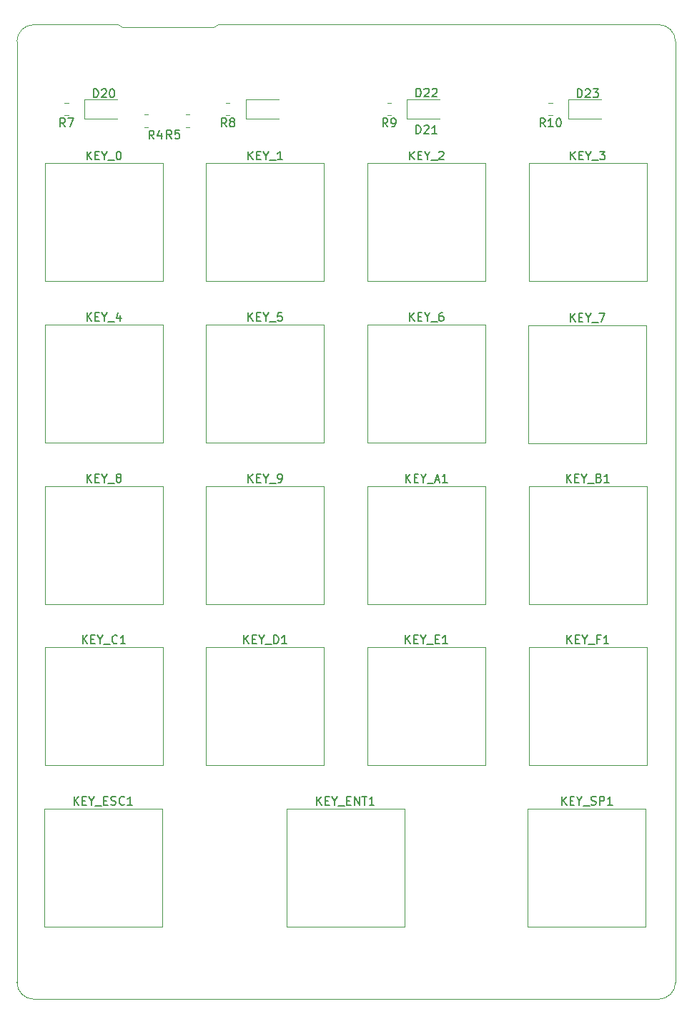
<source format=gbr>
%TF.GenerationSoftware,KiCad,Pcbnew,(5.99.0-9544-g366189b864)*%
%TF.CreationDate,2021-04-16T00:10:41-04:00*%
%TF.ProjectId,kipad,6b697061-642e-46b6-9963-61645f706362,A*%
%TF.SameCoordinates,Original*%
%TF.FileFunction,Legend,Top*%
%TF.FilePolarity,Positive*%
%FSLAX46Y46*%
G04 Gerber Fmt 4.6, Leading zero omitted, Abs format (unit mm)*
G04 Created by KiCad (PCBNEW (5.99.0-9544-g366189b864)) date 2021-04-16 00:10:41*
%MOMM*%
%LPD*%
G01*
G04 APERTURE LIST*
%TA.AperFunction,Profile*%
%ADD10C,0.100000*%
%TD*%
%ADD11C,0.150000*%
%ADD12C,0.120000*%
G04 APERTURE END LIST*
D10*
X86800000Y-30600000D02*
X139000000Y-30614214D01*
X86300000Y-30900000D02*
X86800000Y-30600000D01*
X75500000Y-30900000D02*
X86300000Y-30900000D01*
X75000000Y-30600000D02*
X75500000Y-30900000D01*
X65000000Y-30614214D02*
X75000000Y-30600000D01*
X139000000Y-146000000D02*
X65000000Y-146000000D01*
X141000000Y-32614214D02*
X141000000Y-144000000D01*
X63000000Y-144000000D02*
X63000000Y-32614214D01*
X63000000Y-144000000D02*
G75*
G03*
X65000000Y-146000000I2000000J0D01*
G01*
X141000000Y-144000000D02*
G75*
G02*
X139000000Y-146000000I-2000000J0D01*
G01*
X139000000Y-30614214D02*
G75*
G02*
X141000000Y-32614214I0J-2000000D01*
G01*
X63000000Y-32614214D02*
G75*
G02*
X65000000Y-30614214I2000000J0D01*
G01*
D11*
%TO.C,KEY_E1*%
X109037619Y-103904380D02*
X109037619Y-102904380D01*
X109609047Y-103904380D02*
X109180476Y-103332952D01*
X109609047Y-102904380D02*
X109037619Y-103475809D01*
X110037619Y-103380571D02*
X110370952Y-103380571D01*
X110513809Y-103904380D02*
X110037619Y-103904380D01*
X110037619Y-102904380D01*
X110513809Y-102904380D01*
X111132857Y-103428190D02*
X111132857Y-103904380D01*
X110799523Y-102904380D02*
X111132857Y-103428190D01*
X111466190Y-102904380D01*
X111561428Y-103999619D02*
X112323333Y-103999619D01*
X112561428Y-103380571D02*
X112894761Y-103380571D01*
X113037619Y-103904380D02*
X112561428Y-103904380D01*
X112561428Y-102904380D01*
X113037619Y-102904380D01*
X113990000Y-103904380D02*
X113418571Y-103904380D01*
X113704285Y-103904380D02*
X113704285Y-102904380D01*
X113609047Y-103047238D01*
X113513809Y-103142476D01*
X113418571Y-103190095D01*
%TO.C,R10*%
X125559642Y-42702380D02*
X125226309Y-42226190D01*
X124988214Y-42702380D02*
X124988214Y-41702380D01*
X125369166Y-41702380D01*
X125464404Y-41750000D01*
X125512023Y-41797619D01*
X125559642Y-41892857D01*
X125559642Y-42035714D01*
X125512023Y-42130952D01*
X125464404Y-42178571D01*
X125369166Y-42226190D01*
X124988214Y-42226190D01*
X126512023Y-42702380D02*
X125940595Y-42702380D01*
X126226309Y-42702380D02*
X126226309Y-41702380D01*
X126131071Y-41845238D01*
X126035833Y-41940476D01*
X125940595Y-41988095D01*
X127131071Y-41702380D02*
X127226309Y-41702380D01*
X127321547Y-41750000D01*
X127369166Y-41797619D01*
X127416785Y-41892857D01*
X127464404Y-42083333D01*
X127464404Y-42321428D01*
X127416785Y-42511904D01*
X127369166Y-42607142D01*
X127321547Y-42654761D01*
X127226309Y-42702380D01*
X127131071Y-42702380D01*
X127035833Y-42654761D01*
X126988214Y-42607142D01*
X126940595Y-42511904D01*
X126892976Y-42321428D01*
X126892976Y-42083333D01*
X126940595Y-41892857D01*
X126988214Y-41797619D01*
X127035833Y-41750000D01*
X127131071Y-41702380D01*
%TO.C,R9*%
X106910833Y-42702380D02*
X106577500Y-42226190D01*
X106339404Y-42702380D02*
X106339404Y-41702380D01*
X106720357Y-41702380D01*
X106815595Y-41750000D01*
X106863214Y-41797619D01*
X106910833Y-41892857D01*
X106910833Y-42035714D01*
X106863214Y-42130952D01*
X106815595Y-42178571D01*
X106720357Y-42226190D01*
X106339404Y-42226190D01*
X107387023Y-42702380D02*
X107577500Y-42702380D01*
X107672738Y-42654761D01*
X107720357Y-42607142D01*
X107815595Y-42464285D01*
X107863214Y-42273809D01*
X107863214Y-41892857D01*
X107815595Y-41797619D01*
X107767976Y-41750000D01*
X107672738Y-41702380D01*
X107482261Y-41702380D01*
X107387023Y-41750000D01*
X107339404Y-41797619D01*
X107291785Y-41892857D01*
X107291785Y-42130952D01*
X107339404Y-42226190D01*
X107387023Y-42273809D01*
X107482261Y-42321428D01*
X107672738Y-42321428D01*
X107767976Y-42273809D01*
X107815595Y-42226190D01*
X107863214Y-42130952D01*
%TO.C,R8*%
X87823333Y-42702380D02*
X87490000Y-42226190D01*
X87251904Y-42702380D02*
X87251904Y-41702380D01*
X87632857Y-41702380D01*
X87728095Y-41750000D01*
X87775714Y-41797619D01*
X87823333Y-41892857D01*
X87823333Y-42035714D01*
X87775714Y-42130952D01*
X87728095Y-42178571D01*
X87632857Y-42226190D01*
X87251904Y-42226190D01*
X88394761Y-42130952D02*
X88299523Y-42083333D01*
X88251904Y-42035714D01*
X88204285Y-41940476D01*
X88204285Y-41892857D01*
X88251904Y-41797619D01*
X88299523Y-41750000D01*
X88394761Y-41702380D01*
X88585238Y-41702380D01*
X88680476Y-41750000D01*
X88728095Y-41797619D01*
X88775714Y-41892857D01*
X88775714Y-41940476D01*
X88728095Y-42035714D01*
X88680476Y-42083333D01*
X88585238Y-42130952D01*
X88394761Y-42130952D01*
X88299523Y-42178571D01*
X88251904Y-42226190D01*
X88204285Y-42321428D01*
X88204285Y-42511904D01*
X88251904Y-42607142D01*
X88299523Y-42654761D01*
X88394761Y-42702380D01*
X88585238Y-42702380D01*
X88680476Y-42654761D01*
X88728095Y-42607142D01*
X88775714Y-42511904D01*
X88775714Y-42321428D01*
X88728095Y-42226190D01*
X88680476Y-42178571D01*
X88585238Y-42130952D01*
%TO.C,R7*%
X68710833Y-42702380D02*
X68377500Y-42226190D01*
X68139404Y-42702380D02*
X68139404Y-41702380D01*
X68520357Y-41702380D01*
X68615595Y-41750000D01*
X68663214Y-41797619D01*
X68710833Y-41892857D01*
X68710833Y-42035714D01*
X68663214Y-42130952D01*
X68615595Y-42178571D01*
X68520357Y-42226190D01*
X68139404Y-42226190D01*
X69044166Y-41702380D02*
X69710833Y-41702380D01*
X69282261Y-42702380D01*
%TO.C,R5*%
X81333333Y-44102380D02*
X81000000Y-43626190D01*
X80761904Y-44102380D02*
X80761904Y-43102380D01*
X81142857Y-43102380D01*
X81238095Y-43150000D01*
X81285714Y-43197619D01*
X81333333Y-43292857D01*
X81333333Y-43435714D01*
X81285714Y-43530952D01*
X81238095Y-43578571D01*
X81142857Y-43626190D01*
X80761904Y-43626190D01*
X82238095Y-43102380D02*
X81761904Y-43102380D01*
X81714285Y-43578571D01*
X81761904Y-43530952D01*
X81857142Y-43483333D01*
X82095238Y-43483333D01*
X82190476Y-43530952D01*
X82238095Y-43578571D01*
X82285714Y-43673809D01*
X82285714Y-43911904D01*
X82238095Y-44007142D01*
X82190476Y-44054761D01*
X82095238Y-44102380D01*
X81857142Y-44102380D01*
X81761904Y-44054761D01*
X81714285Y-44007142D01*
%TO.C,R4*%
X79233333Y-44152380D02*
X78900000Y-43676190D01*
X78661904Y-44152380D02*
X78661904Y-43152380D01*
X79042857Y-43152380D01*
X79138095Y-43200000D01*
X79185714Y-43247619D01*
X79233333Y-43342857D01*
X79233333Y-43485714D01*
X79185714Y-43580952D01*
X79138095Y-43628571D01*
X79042857Y-43676190D01*
X78661904Y-43676190D01*
X80090476Y-43485714D02*
X80090476Y-44152380D01*
X79852380Y-43104761D02*
X79614285Y-43819047D01*
X80233333Y-43819047D01*
%TO.C,KEY_SP1*%
X127523809Y-123004380D02*
X127523809Y-122004380D01*
X128095238Y-123004380D02*
X127666666Y-122432952D01*
X128095238Y-122004380D02*
X127523809Y-122575809D01*
X128523809Y-122480571D02*
X128857142Y-122480571D01*
X129000000Y-123004380D02*
X128523809Y-123004380D01*
X128523809Y-122004380D01*
X129000000Y-122004380D01*
X129619047Y-122528190D02*
X129619047Y-123004380D01*
X129285714Y-122004380D02*
X129619047Y-122528190D01*
X129952380Y-122004380D01*
X130047619Y-123099619D02*
X130809523Y-123099619D01*
X131000000Y-122956761D02*
X131142857Y-123004380D01*
X131380952Y-123004380D01*
X131476190Y-122956761D01*
X131523809Y-122909142D01*
X131571428Y-122813904D01*
X131571428Y-122718666D01*
X131523809Y-122623428D01*
X131476190Y-122575809D01*
X131380952Y-122528190D01*
X131190476Y-122480571D01*
X131095238Y-122432952D01*
X131047619Y-122385333D01*
X131000000Y-122290095D01*
X131000000Y-122194857D01*
X131047619Y-122099619D01*
X131095238Y-122052000D01*
X131190476Y-122004380D01*
X131428571Y-122004380D01*
X131571428Y-122052000D01*
X132000000Y-123004380D02*
X132000000Y-122004380D01*
X132380952Y-122004380D01*
X132476190Y-122052000D01*
X132523809Y-122099619D01*
X132571428Y-122194857D01*
X132571428Y-122337714D01*
X132523809Y-122432952D01*
X132476190Y-122480571D01*
X132380952Y-122528190D01*
X132000000Y-122528190D01*
X133523809Y-123004380D02*
X132952380Y-123004380D01*
X133238095Y-123004380D02*
X133238095Y-122004380D01*
X133142857Y-122147238D01*
X133047619Y-122242476D01*
X132952380Y-122290095D01*
%TO.C,KEY_F1*%
X128171428Y-103904380D02*
X128171428Y-102904380D01*
X128742857Y-103904380D02*
X128314285Y-103332952D01*
X128742857Y-102904380D02*
X128171428Y-103475809D01*
X129171428Y-103380571D02*
X129504761Y-103380571D01*
X129647619Y-103904380D02*
X129171428Y-103904380D01*
X129171428Y-102904380D01*
X129647619Y-102904380D01*
X130266666Y-103428190D02*
X130266666Y-103904380D01*
X129933333Y-102904380D02*
X130266666Y-103428190D01*
X130600000Y-102904380D01*
X130695238Y-103999619D02*
X131457142Y-103999619D01*
X132028571Y-103380571D02*
X131695238Y-103380571D01*
X131695238Y-103904380D02*
X131695238Y-102904380D01*
X132171428Y-102904380D01*
X133076190Y-103904380D02*
X132504761Y-103904380D01*
X132790476Y-103904380D02*
X132790476Y-102904380D01*
X132695238Y-103047238D01*
X132600000Y-103142476D01*
X132504761Y-103190095D01*
%TO.C,KEY_ESC1*%
X69761428Y-123004380D02*
X69761428Y-122004380D01*
X70332857Y-123004380D02*
X69904285Y-122432952D01*
X70332857Y-122004380D02*
X69761428Y-122575809D01*
X70761428Y-122480571D02*
X71094761Y-122480571D01*
X71237619Y-123004380D02*
X70761428Y-123004380D01*
X70761428Y-122004380D01*
X71237619Y-122004380D01*
X71856666Y-122528190D02*
X71856666Y-123004380D01*
X71523333Y-122004380D02*
X71856666Y-122528190D01*
X72190000Y-122004380D01*
X72285238Y-123099619D02*
X73047142Y-123099619D01*
X73285238Y-122480571D02*
X73618571Y-122480571D01*
X73761428Y-123004380D02*
X73285238Y-123004380D01*
X73285238Y-122004380D01*
X73761428Y-122004380D01*
X74142380Y-122956761D02*
X74285238Y-123004380D01*
X74523333Y-123004380D01*
X74618571Y-122956761D01*
X74666190Y-122909142D01*
X74713809Y-122813904D01*
X74713809Y-122718666D01*
X74666190Y-122623428D01*
X74618571Y-122575809D01*
X74523333Y-122528190D01*
X74332857Y-122480571D01*
X74237619Y-122432952D01*
X74190000Y-122385333D01*
X74142380Y-122290095D01*
X74142380Y-122194857D01*
X74190000Y-122099619D01*
X74237619Y-122052000D01*
X74332857Y-122004380D01*
X74570952Y-122004380D01*
X74713809Y-122052000D01*
X75713809Y-122909142D02*
X75666190Y-122956761D01*
X75523333Y-123004380D01*
X75428095Y-123004380D01*
X75285238Y-122956761D01*
X75190000Y-122861523D01*
X75142380Y-122766285D01*
X75094761Y-122575809D01*
X75094761Y-122432952D01*
X75142380Y-122242476D01*
X75190000Y-122147238D01*
X75285238Y-122052000D01*
X75428095Y-122004380D01*
X75523333Y-122004380D01*
X75666190Y-122052000D01*
X75713809Y-122099619D01*
X76666190Y-123004380D02*
X76094761Y-123004380D01*
X76380476Y-123004380D02*
X76380476Y-122004380D01*
X76285238Y-122147238D01*
X76190000Y-122242476D01*
X76094761Y-122290095D01*
%TO.C,KEY_ENT1*%
X98542857Y-123018380D02*
X98542857Y-122018380D01*
X99114285Y-123018380D02*
X98685714Y-122446952D01*
X99114285Y-122018380D02*
X98542857Y-122589809D01*
X99542857Y-122494571D02*
X99876190Y-122494571D01*
X100019047Y-123018380D02*
X99542857Y-123018380D01*
X99542857Y-122018380D01*
X100019047Y-122018380D01*
X100638095Y-122542190D02*
X100638095Y-123018380D01*
X100304761Y-122018380D02*
X100638095Y-122542190D01*
X100971428Y-122018380D01*
X101066666Y-123113619D02*
X101828571Y-123113619D01*
X102066666Y-122494571D02*
X102400000Y-122494571D01*
X102542857Y-123018380D02*
X102066666Y-123018380D01*
X102066666Y-122018380D01*
X102542857Y-122018380D01*
X102971428Y-123018380D02*
X102971428Y-122018380D01*
X103542857Y-123018380D01*
X103542857Y-122018380D01*
X103876190Y-122018380D02*
X104447619Y-122018380D01*
X104161904Y-123018380D02*
X104161904Y-122018380D01*
X105304761Y-123018380D02*
X104733333Y-123018380D01*
X105019047Y-123018380D02*
X105019047Y-122018380D01*
X104923809Y-122161238D01*
X104828571Y-122256476D01*
X104733333Y-122304095D01*
%TO.C,KEY_D1*%
X89890000Y-103904380D02*
X89890000Y-102904380D01*
X90461428Y-103904380D02*
X90032857Y-103332952D01*
X90461428Y-102904380D02*
X89890000Y-103475809D01*
X90890000Y-103380571D02*
X91223333Y-103380571D01*
X91366190Y-103904380D02*
X90890000Y-103904380D01*
X90890000Y-102904380D01*
X91366190Y-102904380D01*
X91985238Y-103428190D02*
X91985238Y-103904380D01*
X91651904Y-102904380D02*
X91985238Y-103428190D01*
X92318571Y-102904380D01*
X92413809Y-103999619D02*
X93175714Y-103999619D01*
X93413809Y-103904380D02*
X93413809Y-102904380D01*
X93651904Y-102904380D01*
X93794761Y-102952000D01*
X93890000Y-103047238D01*
X93937619Y-103142476D01*
X93985238Y-103332952D01*
X93985238Y-103475809D01*
X93937619Y-103666285D01*
X93890000Y-103761523D01*
X93794761Y-103856761D01*
X93651904Y-103904380D01*
X93413809Y-103904380D01*
X94937619Y-103904380D02*
X94366190Y-103904380D01*
X94651904Y-103904380D02*
X94651904Y-102904380D01*
X94556666Y-103047238D01*
X94461428Y-103142476D01*
X94366190Y-103190095D01*
%TO.C,KEY_C1*%
X70790000Y-103904380D02*
X70790000Y-102904380D01*
X71361428Y-103904380D02*
X70932857Y-103332952D01*
X71361428Y-102904380D02*
X70790000Y-103475809D01*
X71790000Y-103380571D02*
X72123333Y-103380571D01*
X72266190Y-103904380D02*
X71790000Y-103904380D01*
X71790000Y-102904380D01*
X72266190Y-102904380D01*
X72885238Y-103428190D02*
X72885238Y-103904380D01*
X72551904Y-102904380D02*
X72885238Y-103428190D01*
X73218571Y-102904380D01*
X73313809Y-103999619D02*
X74075714Y-103999619D01*
X74885238Y-103809142D02*
X74837619Y-103856761D01*
X74694761Y-103904380D01*
X74599523Y-103904380D01*
X74456666Y-103856761D01*
X74361428Y-103761523D01*
X74313809Y-103666285D01*
X74266190Y-103475809D01*
X74266190Y-103332952D01*
X74313809Y-103142476D01*
X74361428Y-103047238D01*
X74456666Y-102952000D01*
X74599523Y-102904380D01*
X74694761Y-102904380D01*
X74837619Y-102952000D01*
X74885238Y-102999619D01*
X75837619Y-103904380D02*
X75266190Y-103904380D01*
X75551904Y-103904380D02*
X75551904Y-102904380D01*
X75456666Y-103047238D01*
X75361428Y-103142476D01*
X75266190Y-103190095D01*
%TO.C,KEY_B1*%
X128100000Y-84804380D02*
X128100000Y-83804380D01*
X128671428Y-84804380D02*
X128242857Y-84232952D01*
X128671428Y-83804380D02*
X128100000Y-84375809D01*
X129100000Y-84280571D02*
X129433333Y-84280571D01*
X129576190Y-84804380D02*
X129100000Y-84804380D01*
X129100000Y-83804380D01*
X129576190Y-83804380D01*
X130195238Y-84328190D02*
X130195238Y-84804380D01*
X129861904Y-83804380D02*
X130195238Y-84328190D01*
X130528571Y-83804380D01*
X130623809Y-84899619D02*
X131385714Y-84899619D01*
X131957142Y-84280571D02*
X132100000Y-84328190D01*
X132147619Y-84375809D01*
X132195238Y-84471047D01*
X132195238Y-84613904D01*
X132147619Y-84709142D01*
X132100000Y-84756761D01*
X132004761Y-84804380D01*
X131623809Y-84804380D01*
X131623809Y-83804380D01*
X131957142Y-83804380D01*
X132052380Y-83852000D01*
X132100000Y-83899619D01*
X132147619Y-83994857D01*
X132147619Y-84090095D01*
X132100000Y-84185333D01*
X132052380Y-84232952D01*
X131957142Y-84280571D01*
X131623809Y-84280571D01*
X133147619Y-84804380D02*
X132576190Y-84804380D01*
X132861904Y-84804380D02*
X132861904Y-83804380D01*
X132766666Y-83947238D01*
X132671428Y-84042476D01*
X132576190Y-84090095D01*
%TO.C,KEY_A1*%
X109061428Y-84804380D02*
X109061428Y-83804380D01*
X109632857Y-84804380D02*
X109204285Y-84232952D01*
X109632857Y-83804380D02*
X109061428Y-84375809D01*
X110061428Y-84280571D02*
X110394761Y-84280571D01*
X110537619Y-84804380D02*
X110061428Y-84804380D01*
X110061428Y-83804380D01*
X110537619Y-83804380D01*
X111156666Y-84328190D02*
X111156666Y-84804380D01*
X110823333Y-83804380D02*
X111156666Y-84328190D01*
X111490000Y-83804380D01*
X111585238Y-84899619D02*
X112347142Y-84899619D01*
X112537619Y-84518666D02*
X113013809Y-84518666D01*
X112442380Y-84804380D02*
X112775714Y-83804380D01*
X113109047Y-84804380D01*
X113966190Y-84804380D02*
X113394761Y-84804380D01*
X113680476Y-84804380D02*
X113680476Y-83804380D01*
X113585238Y-83947238D01*
X113490000Y-84042476D01*
X113394761Y-84090095D01*
%TO.C,KEY_9*%
X90390000Y-84804380D02*
X90390000Y-83804380D01*
X90961428Y-84804380D02*
X90532857Y-84232952D01*
X90961428Y-83804380D02*
X90390000Y-84375809D01*
X91390000Y-84280571D02*
X91723333Y-84280571D01*
X91866190Y-84804380D02*
X91390000Y-84804380D01*
X91390000Y-83804380D01*
X91866190Y-83804380D01*
X92485238Y-84328190D02*
X92485238Y-84804380D01*
X92151904Y-83804380D02*
X92485238Y-84328190D01*
X92818571Y-83804380D01*
X92913809Y-84899619D02*
X93675714Y-84899619D01*
X93961428Y-84804380D02*
X94151904Y-84804380D01*
X94247142Y-84756761D01*
X94294761Y-84709142D01*
X94390000Y-84566285D01*
X94437619Y-84375809D01*
X94437619Y-83994857D01*
X94390000Y-83899619D01*
X94342380Y-83852000D01*
X94247142Y-83804380D01*
X94056666Y-83804380D01*
X93961428Y-83852000D01*
X93913809Y-83899619D01*
X93866190Y-83994857D01*
X93866190Y-84232952D01*
X93913809Y-84328190D01*
X93961428Y-84375809D01*
X94056666Y-84423428D01*
X94247142Y-84423428D01*
X94342380Y-84375809D01*
X94390000Y-84328190D01*
X94437619Y-84232952D01*
%TO.C,KEY_8*%
X71290000Y-84804380D02*
X71290000Y-83804380D01*
X71861428Y-84804380D02*
X71432857Y-84232952D01*
X71861428Y-83804380D02*
X71290000Y-84375809D01*
X72290000Y-84280571D02*
X72623333Y-84280571D01*
X72766190Y-84804380D02*
X72290000Y-84804380D01*
X72290000Y-83804380D01*
X72766190Y-83804380D01*
X73385238Y-84328190D02*
X73385238Y-84804380D01*
X73051904Y-83804380D02*
X73385238Y-84328190D01*
X73718571Y-83804380D01*
X73813809Y-84899619D02*
X74575714Y-84899619D01*
X74956666Y-84232952D02*
X74861428Y-84185333D01*
X74813809Y-84137714D01*
X74766190Y-84042476D01*
X74766190Y-83994857D01*
X74813809Y-83899619D01*
X74861428Y-83852000D01*
X74956666Y-83804380D01*
X75147142Y-83804380D01*
X75242380Y-83852000D01*
X75290000Y-83899619D01*
X75337619Y-83994857D01*
X75337619Y-84042476D01*
X75290000Y-84137714D01*
X75242380Y-84185333D01*
X75147142Y-84232952D01*
X74956666Y-84232952D01*
X74861428Y-84280571D01*
X74813809Y-84328190D01*
X74766190Y-84423428D01*
X74766190Y-84613904D01*
X74813809Y-84709142D01*
X74861428Y-84756761D01*
X74956666Y-84804380D01*
X75147142Y-84804380D01*
X75242380Y-84756761D01*
X75290000Y-84709142D01*
X75337619Y-84613904D01*
X75337619Y-84423428D01*
X75290000Y-84328190D01*
X75242380Y-84280571D01*
X75147142Y-84232952D01*
%TO.C,KEY_7*%
X128560000Y-65784380D02*
X128560000Y-64784380D01*
X129131428Y-65784380D02*
X128702857Y-65212952D01*
X129131428Y-64784380D02*
X128560000Y-65355809D01*
X129560000Y-65260571D02*
X129893333Y-65260571D01*
X130036190Y-65784380D02*
X129560000Y-65784380D01*
X129560000Y-64784380D01*
X130036190Y-64784380D01*
X130655238Y-65308190D02*
X130655238Y-65784380D01*
X130321904Y-64784380D02*
X130655238Y-65308190D01*
X130988571Y-64784380D01*
X131083809Y-65879619D02*
X131845714Y-65879619D01*
X131988571Y-64784380D02*
X132655238Y-64784380D01*
X132226666Y-65784380D01*
%TO.C,KEY_6*%
X109490000Y-65704380D02*
X109490000Y-64704380D01*
X110061428Y-65704380D02*
X109632857Y-65132952D01*
X110061428Y-64704380D02*
X109490000Y-65275809D01*
X110490000Y-65180571D02*
X110823333Y-65180571D01*
X110966190Y-65704380D02*
X110490000Y-65704380D01*
X110490000Y-64704380D01*
X110966190Y-64704380D01*
X111585238Y-65228190D02*
X111585238Y-65704380D01*
X111251904Y-64704380D02*
X111585238Y-65228190D01*
X111918571Y-64704380D01*
X112013809Y-65799619D02*
X112775714Y-65799619D01*
X113442380Y-64704380D02*
X113251904Y-64704380D01*
X113156666Y-64752000D01*
X113109047Y-64799619D01*
X113013809Y-64942476D01*
X112966190Y-65132952D01*
X112966190Y-65513904D01*
X113013809Y-65609142D01*
X113061428Y-65656761D01*
X113156666Y-65704380D01*
X113347142Y-65704380D01*
X113442380Y-65656761D01*
X113490000Y-65609142D01*
X113537619Y-65513904D01*
X113537619Y-65275809D01*
X113490000Y-65180571D01*
X113442380Y-65132952D01*
X113347142Y-65085333D01*
X113156666Y-65085333D01*
X113061428Y-65132952D01*
X113013809Y-65180571D01*
X112966190Y-65275809D01*
%TO.C,KEY_5*%
X90390000Y-65704380D02*
X90390000Y-64704380D01*
X90961428Y-65704380D02*
X90532857Y-65132952D01*
X90961428Y-64704380D02*
X90390000Y-65275809D01*
X91390000Y-65180571D02*
X91723333Y-65180571D01*
X91866190Y-65704380D02*
X91390000Y-65704380D01*
X91390000Y-64704380D01*
X91866190Y-64704380D01*
X92485238Y-65228190D02*
X92485238Y-65704380D01*
X92151904Y-64704380D02*
X92485238Y-65228190D01*
X92818571Y-64704380D01*
X92913809Y-65799619D02*
X93675714Y-65799619D01*
X94390000Y-64704380D02*
X93913809Y-64704380D01*
X93866190Y-65180571D01*
X93913809Y-65132952D01*
X94009047Y-65085333D01*
X94247142Y-65085333D01*
X94342380Y-65132952D01*
X94390000Y-65180571D01*
X94437619Y-65275809D01*
X94437619Y-65513904D01*
X94390000Y-65609142D01*
X94342380Y-65656761D01*
X94247142Y-65704380D01*
X94009047Y-65704380D01*
X93913809Y-65656761D01*
X93866190Y-65609142D01*
%TO.C,KEY_4*%
X71290000Y-65704380D02*
X71290000Y-64704380D01*
X71861428Y-65704380D02*
X71432857Y-65132952D01*
X71861428Y-64704380D02*
X71290000Y-65275809D01*
X72290000Y-65180571D02*
X72623333Y-65180571D01*
X72766190Y-65704380D02*
X72290000Y-65704380D01*
X72290000Y-64704380D01*
X72766190Y-64704380D01*
X73385238Y-65228190D02*
X73385238Y-65704380D01*
X73051904Y-64704380D02*
X73385238Y-65228190D01*
X73718571Y-64704380D01*
X73813809Y-65799619D02*
X74575714Y-65799619D01*
X75242380Y-65037714D02*
X75242380Y-65704380D01*
X75004285Y-64656761D02*
X74766190Y-65371047D01*
X75385238Y-65371047D01*
%TO.C,KEY_3*%
X128600000Y-46604380D02*
X128600000Y-45604380D01*
X129171428Y-46604380D02*
X128742857Y-46032952D01*
X129171428Y-45604380D02*
X128600000Y-46175809D01*
X129600000Y-46080571D02*
X129933333Y-46080571D01*
X130076190Y-46604380D02*
X129600000Y-46604380D01*
X129600000Y-45604380D01*
X130076190Y-45604380D01*
X130695238Y-46128190D02*
X130695238Y-46604380D01*
X130361904Y-45604380D02*
X130695238Y-46128190D01*
X131028571Y-45604380D01*
X131123809Y-46699619D02*
X131885714Y-46699619D01*
X132028571Y-45604380D02*
X132647619Y-45604380D01*
X132314285Y-45985333D01*
X132457142Y-45985333D01*
X132552380Y-46032952D01*
X132600000Y-46080571D01*
X132647619Y-46175809D01*
X132647619Y-46413904D01*
X132600000Y-46509142D01*
X132552380Y-46556761D01*
X132457142Y-46604380D01*
X132171428Y-46604380D01*
X132076190Y-46556761D01*
X132028571Y-46509142D01*
%TO.C,KEY_2*%
X109490000Y-46604380D02*
X109490000Y-45604380D01*
X110061428Y-46604380D02*
X109632857Y-46032952D01*
X110061428Y-45604380D02*
X109490000Y-46175809D01*
X110490000Y-46080571D02*
X110823333Y-46080571D01*
X110966190Y-46604380D02*
X110490000Y-46604380D01*
X110490000Y-45604380D01*
X110966190Y-45604380D01*
X111585238Y-46128190D02*
X111585238Y-46604380D01*
X111251904Y-45604380D02*
X111585238Y-46128190D01*
X111918571Y-45604380D01*
X112013809Y-46699619D02*
X112775714Y-46699619D01*
X112966190Y-45699619D02*
X113013809Y-45652000D01*
X113109047Y-45604380D01*
X113347142Y-45604380D01*
X113442380Y-45652000D01*
X113490000Y-45699619D01*
X113537619Y-45794857D01*
X113537619Y-45890095D01*
X113490000Y-46032952D01*
X112918571Y-46604380D01*
X113537619Y-46604380D01*
%TO.C,KEY_1*%
X90390000Y-46604380D02*
X90390000Y-45604380D01*
X90961428Y-46604380D02*
X90532857Y-46032952D01*
X90961428Y-45604380D02*
X90390000Y-46175809D01*
X91390000Y-46080571D02*
X91723333Y-46080571D01*
X91866190Y-46604380D02*
X91390000Y-46604380D01*
X91390000Y-45604380D01*
X91866190Y-45604380D01*
X92485238Y-46128190D02*
X92485238Y-46604380D01*
X92151904Y-45604380D02*
X92485238Y-46128190D01*
X92818571Y-45604380D01*
X92913809Y-46699619D02*
X93675714Y-46699619D01*
X94437619Y-46604380D02*
X93866190Y-46604380D01*
X94151904Y-46604380D02*
X94151904Y-45604380D01*
X94056666Y-45747238D01*
X93961428Y-45842476D01*
X93866190Y-45890095D01*
%TO.C,KEY_0*%
X71290000Y-46604380D02*
X71290000Y-45604380D01*
X71861428Y-46604380D02*
X71432857Y-46032952D01*
X71861428Y-45604380D02*
X71290000Y-46175809D01*
X72290000Y-46080571D02*
X72623333Y-46080571D01*
X72766190Y-46604380D02*
X72290000Y-46604380D01*
X72290000Y-45604380D01*
X72766190Y-45604380D01*
X73385238Y-46128190D02*
X73385238Y-46604380D01*
X73051904Y-45604380D02*
X73385238Y-46128190D01*
X73718571Y-45604380D01*
X73813809Y-46699619D02*
X74575714Y-46699619D01*
X75004285Y-45604380D02*
X75099523Y-45604380D01*
X75194761Y-45652000D01*
X75242380Y-45699619D01*
X75290000Y-45794857D01*
X75337619Y-45985333D01*
X75337619Y-46223428D01*
X75290000Y-46413904D01*
X75242380Y-46509142D01*
X75194761Y-46556761D01*
X75099523Y-46604380D01*
X75004285Y-46604380D01*
X74909047Y-46556761D01*
X74861428Y-46509142D01*
X74813809Y-46413904D01*
X74766190Y-46223428D01*
X74766190Y-45985333D01*
X74813809Y-45794857D01*
X74861428Y-45699619D01*
X74909047Y-45652000D01*
X75004285Y-45604380D01*
%TO.C,D23*%
X129375714Y-39232380D02*
X129375714Y-38232380D01*
X129613809Y-38232380D01*
X129756666Y-38280000D01*
X129851904Y-38375238D01*
X129899523Y-38470476D01*
X129947142Y-38660952D01*
X129947142Y-38803809D01*
X129899523Y-38994285D01*
X129851904Y-39089523D01*
X129756666Y-39184761D01*
X129613809Y-39232380D01*
X129375714Y-39232380D01*
X130328095Y-38327619D02*
X130375714Y-38280000D01*
X130470952Y-38232380D01*
X130709047Y-38232380D01*
X130804285Y-38280000D01*
X130851904Y-38327619D01*
X130899523Y-38422857D01*
X130899523Y-38518095D01*
X130851904Y-38660952D01*
X130280476Y-39232380D01*
X130899523Y-39232380D01*
X131232857Y-38232380D02*
X131851904Y-38232380D01*
X131518571Y-38613333D01*
X131661428Y-38613333D01*
X131756666Y-38660952D01*
X131804285Y-38708571D01*
X131851904Y-38803809D01*
X131851904Y-39041904D01*
X131804285Y-39137142D01*
X131756666Y-39184761D01*
X131661428Y-39232380D01*
X131375714Y-39232380D01*
X131280476Y-39184761D01*
X131232857Y-39137142D01*
%TO.C,D22*%
X110285714Y-39152380D02*
X110285714Y-38152380D01*
X110523809Y-38152380D01*
X110666666Y-38200000D01*
X110761904Y-38295238D01*
X110809523Y-38390476D01*
X110857142Y-38580952D01*
X110857142Y-38723809D01*
X110809523Y-38914285D01*
X110761904Y-39009523D01*
X110666666Y-39104761D01*
X110523809Y-39152380D01*
X110285714Y-39152380D01*
X111238095Y-38247619D02*
X111285714Y-38200000D01*
X111380952Y-38152380D01*
X111619047Y-38152380D01*
X111714285Y-38200000D01*
X111761904Y-38247619D01*
X111809523Y-38342857D01*
X111809523Y-38438095D01*
X111761904Y-38580952D01*
X111190476Y-39152380D01*
X111809523Y-39152380D01*
X112190476Y-38247619D02*
X112238095Y-38200000D01*
X112333333Y-38152380D01*
X112571428Y-38152380D01*
X112666666Y-38200000D01*
X112714285Y-38247619D01*
X112761904Y-38342857D01*
X112761904Y-38438095D01*
X112714285Y-38580952D01*
X112142857Y-39152380D01*
X112761904Y-39152380D01*
%TO.C,D21*%
X110263214Y-43532380D02*
X110263214Y-42532380D01*
X110501309Y-42532380D01*
X110644166Y-42580000D01*
X110739404Y-42675238D01*
X110787023Y-42770476D01*
X110834642Y-42960952D01*
X110834642Y-43103809D01*
X110787023Y-43294285D01*
X110739404Y-43389523D01*
X110644166Y-43484761D01*
X110501309Y-43532380D01*
X110263214Y-43532380D01*
X111215595Y-42627619D02*
X111263214Y-42580000D01*
X111358452Y-42532380D01*
X111596547Y-42532380D01*
X111691785Y-42580000D01*
X111739404Y-42627619D01*
X111787023Y-42722857D01*
X111787023Y-42818095D01*
X111739404Y-42960952D01*
X111167976Y-43532380D01*
X111787023Y-43532380D01*
X112739404Y-43532380D02*
X112167976Y-43532380D01*
X112453690Y-43532380D02*
X112453690Y-42532380D01*
X112358452Y-42675238D01*
X112263214Y-42770476D01*
X112167976Y-42818095D01*
%TO.C,D20*%
X72075714Y-39232380D02*
X72075714Y-38232380D01*
X72313809Y-38232380D01*
X72456666Y-38280000D01*
X72551904Y-38375238D01*
X72599523Y-38470476D01*
X72647142Y-38660952D01*
X72647142Y-38803809D01*
X72599523Y-38994285D01*
X72551904Y-39089523D01*
X72456666Y-39184761D01*
X72313809Y-39232380D01*
X72075714Y-39232380D01*
X73028095Y-38327619D02*
X73075714Y-38280000D01*
X73170952Y-38232380D01*
X73409047Y-38232380D01*
X73504285Y-38280000D01*
X73551904Y-38327619D01*
X73599523Y-38422857D01*
X73599523Y-38518095D01*
X73551904Y-38660952D01*
X72980476Y-39232380D01*
X73599523Y-39232380D01*
X74218571Y-38232380D02*
X74313809Y-38232380D01*
X74409047Y-38280000D01*
X74456666Y-38327619D01*
X74504285Y-38422857D01*
X74551904Y-38613333D01*
X74551904Y-38851428D01*
X74504285Y-39041904D01*
X74456666Y-39137142D01*
X74409047Y-39184761D01*
X74313809Y-39232380D01*
X74218571Y-39232380D01*
X74123333Y-39184761D01*
X74075714Y-39137142D01*
X74028095Y-39041904D01*
X73980476Y-38851428D01*
X73980476Y-38613333D01*
X74028095Y-38422857D01*
X74075714Y-38327619D01*
X74123333Y-38280000D01*
X74218571Y-38232380D01*
D12*
%TO.C,KEY_E1*%
X104505000Y-118311000D02*
X104505000Y-104341000D01*
X118475000Y-118311000D02*
X104505000Y-118311000D01*
X118475000Y-104341000D02*
X118475000Y-118311000D01*
X104505000Y-104341000D02*
X118475000Y-104341000D01*
%TO.C,R10*%
X126429564Y-39865000D02*
X125975436Y-39865000D01*
X126429564Y-41335000D02*
X125975436Y-41335000D01*
%TO.C,R9*%
X107304564Y-39865000D02*
X106850436Y-39865000D01*
X107304564Y-41335000D02*
X106850436Y-41335000D01*
%TO.C,R8*%
X88217064Y-39865000D02*
X87762936Y-39865000D01*
X88217064Y-41335000D02*
X87762936Y-41335000D01*
%TO.C,R7*%
X69104564Y-39865000D02*
X68650436Y-39865000D01*
X69104564Y-41335000D02*
X68650436Y-41335000D01*
%TO.C,R5*%
X83439564Y-41265000D02*
X82985436Y-41265000D01*
X83439564Y-42735000D02*
X82985436Y-42735000D01*
%TO.C,R4*%
X78527064Y-41265000D02*
X78072936Y-41265000D01*
X78527064Y-42735000D02*
X78072936Y-42735000D01*
%TO.C,KEY_SP1*%
X123515000Y-137411000D02*
X123515000Y-123441000D01*
X137485000Y-137411000D02*
X123515000Y-137411000D01*
X137485000Y-123441000D02*
X137485000Y-137411000D01*
X123515000Y-123441000D02*
X137485000Y-123441000D01*
%TO.C,KEY_F1*%
X123615000Y-118311000D02*
X123615000Y-104341000D01*
X137585000Y-118311000D02*
X123615000Y-118311000D01*
X137585000Y-104341000D02*
X137585000Y-118311000D01*
X123615000Y-104341000D02*
X137585000Y-104341000D01*
%TO.C,KEY_ESC1*%
X66205000Y-137411000D02*
X66205000Y-123441000D01*
X80175000Y-137411000D02*
X66205000Y-137411000D01*
X80175000Y-123441000D02*
X80175000Y-137411000D01*
X66205000Y-123441000D02*
X80175000Y-123441000D01*
%TO.C,KEY_ENT1*%
X94915000Y-137425000D02*
X94915000Y-123455000D01*
X108885000Y-137425000D02*
X94915000Y-137425000D01*
X108885000Y-123455000D02*
X108885000Y-137425000D01*
X94915000Y-123455000D02*
X108885000Y-123455000D01*
%TO.C,KEY_D1*%
X85405000Y-118311000D02*
X85405000Y-104341000D01*
X99375000Y-118311000D02*
X85405000Y-118311000D01*
X99375000Y-104341000D02*
X99375000Y-118311000D01*
X85405000Y-104341000D02*
X99375000Y-104341000D01*
%TO.C,KEY_C1*%
X66305000Y-118311000D02*
X66305000Y-104341000D01*
X80275000Y-118311000D02*
X66305000Y-118311000D01*
X80275000Y-104341000D02*
X80275000Y-118311000D01*
X66305000Y-104341000D02*
X80275000Y-104341000D01*
%TO.C,KEY_B1*%
X123615000Y-99211000D02*
X123615000Y-85241000D01*
X137585000Y-99211000D02*
X123615000Y-99211000D01*
X137585000Y-85241000D02*
X137585000Y-99211000D01*
X123615000Y-85241000D02*
X137585000Y-85241000D01*
%TO.C,KEY_A1*%
X104505000Y-99211000D02*
X104505000Y-85241000D01*
X118475000Y-99211000D02*
X104505000Y-99211000D01*
X118475000Y-85241000D02*
X118475000Y-99211000D01*
X104505000Y-85241000D02*
X118475000Y-85241000D01*
%TO.C,KEY_9*%
X85405000Y-99211000D02*
X85405000Y-85241000D01*
X99375000Y-99211000D02*
X85405000Y-99211000D01*
X99375000Y-85241000D02*
X99375000Y-99211000D01*
X85405000Y-85241000D02*
X99375000Y-85241000D01*
%TO.C,KEY_8*%
X66305000Y-99211000D02*
X66305000Y-85241000D01*
X80275000Y-99211000D02*
X66305000Y-99211000D01*
X80275000Y-85241000D02*
X80275000Y-99211000D01*
X66305000Y-85241000D02*
X80275000Y-85241000D01*
%TO.C,KEY_7*%
X123575000Y-80191000D02*
X123575000Y-66221000D01*
X137545000Y-80191000D02*
X123575000Y-80191000D01*
X137545000Y-66221000D02*
X137545000Y-80191000D01*
X123575000Y-66221000D02*
X137545000Y-66221000D01*
%TO.C,KEY_6*%
X104505000Y-80111000D02*
X104505000Y-66141000D01*
X118475000Y-80111000D02*
X104505000Y-80111000D01*
X118475000Y-66141000D02*
X118475000Y-80111000D01*
X104505000Y-66141000D02*
X118475000Y-66141000D01*
%TO.C,KEY_5*%
X85405000Y-80111000D02*
X85405000Y-66141000D01*
X99375000Y-80111000D02*
X85405000Y-80111000D01*
X99375000Y-66141000D02*
X99375000Y-80111000D01*
X85405000Y-66141000D02*
X99375000Y-66141000D01*
%TO.C,KEY_4*%
X66305000Y-80111000D02*
X66305000Y-66141000D01*
X80275000Y-80111000D02*
X66305000Y-80111000D01*
X80275000Y-66141000D02*
X80275000Y-80111000D01*
X66305000Y-66141000D02*
X80275000Y-66141000D01*
%TO.C,KEY_3*%
X123615000Y-61011000D02*
X123615000Y-47041000D01*
X137585000Y-61011000D02*
X123615000Y-61011000D01*
X137585000Y-47041000D02*
X137585000Y-61011000D01*
X123615000Y-47041000D02*
X137585000Y-47041000D01*
%TO.C,KEY_2*%
X104505000Y-61011000D02*
X104505000Y-47041000D01*
X118475000Y-61011000D02*
X104505000Y-61011000D01*
X118475000Y-47041000D02*
X118475000Y-61011000D01*
X104505000Y-47041000D02*
X118475000Y-47041000D01*
%TO.C,KEY_1*%
X85405000Y-61011000D02*
X85405000Y-47041000D01*
X99375000Y-61011000D02*
X85405000Y-61011000D01*
X99375000Y-47041000D02*
X99375000Y-61011000D01*
X85405000Y-47041000D02*
X99375000Y-47041000D01*
%TO.C,KEY_0*%
X66305000Y-61011000D02*
X66305000Y-47041000D01*
X80275000Y-61011000D02*
X66305000Y-61011000D01*
X80275000Y-47041000D02*
X80275000Y-61011000D01*
X66305000Y-47041000D02*
X80275000Y-47041000D01*
%TO.C,D23*%
X128305000Y-41735000D02*
X132190000Y-41735000D01*
X128305000Y-39465000D02*
X128305000Y-41735000D01*
X132190000Y-39465000D02*
X128305000Y-39465000D01*
%TO.C,D22*%
X109205000Y-41735000D02*
X113090000Y-41735000D01*
X109205000Y-39465000D02*
X109205000Y-41735000D01*
X113090000Y-39465000D02*
X109205000Y-39465000D01*
%TO.C,D21*%
X90092500Y-41735000D02*
X93977500Y-41735000D01*
X90092500Y-39465000D02*
X90092500Y-41735000D01*
X93977500Y-39465000D02*
X90092500Y-39465000D01*
%TO.C,D20*%
X71005000Y-41735000D02*
X74890000Y-41735000D01*
X71005000Y-39465000D02*
X71005000Y-41735000D01*
X74890000Y-39465000D02*
X71005000Y-39465000D01*
%TD*%
M02*

</source>
